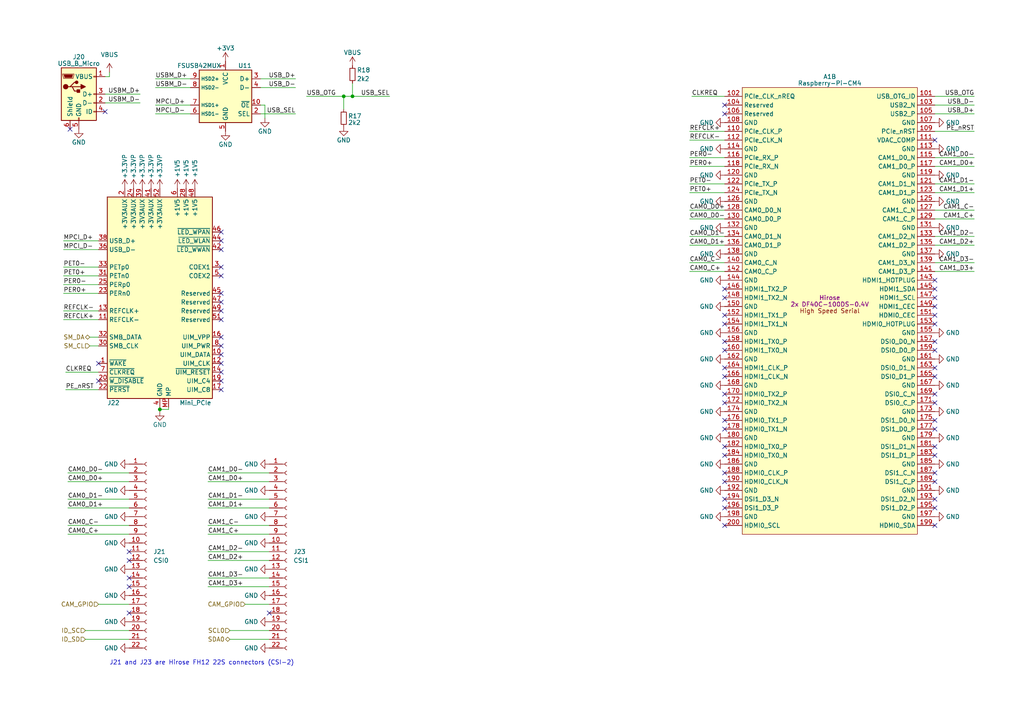
<source format=kicad_sch>
(kicad_sch (version 20211123) (generator eeschema)
  (paper "A4")
  (lib_symbols
    (symbol "Connector:Bus_PCI_Express_Mini"
      (property "Reference" "J" (at -16.51 31.75 0))
      (property "Value" "Bus_PCI_Express_Mini" (at 22.86 31.75 0))
      (symbol "Bus_PCI_Express_Mini_1_1"
        (pin open_collector line (at -17.78 -17.78 0) (length 2.54) (name "~{WAKE}") (number "1"))
        (pin bidirectional line (at 17.78 -15.24 180) (length 2.54) (name "UIM_DATA") (number "10"))
        (pin input line (at -17.78 -5.08 0) (length 2.54) (name "REFCLK-") (number "11"))
        (pin output line (at 17.78 -17.78 180) (length 2.54) (name "UIM_CLK") (number "12"))
        (pin input line (at -17.78 -2.54 0) (length 2.54) (name "REFCLK+") (number "13"))
        (pin output line (at 17.78 -20.32 180) (length 2.54) (name "~{UIM_RESET}") (number "14"))
        (pin passive line (at 0 -30.48 90) (length 2.54) hide (name "GND") (number "15"))
        (pin power_out line (at 17.78 -10.16 180) (length 2.54) (name "UIM_VPP") (number "16"))
        (pin passive line (at 17.78 -25.4 180) (length 2.54) (name "UIM_C8") (number "17"))
        (pin passive line (at 0 -30.48 90) (length 2.54) hide (name "GND") (number "18"))
        (pin passive line (at 17.78 -22.86 180) (length 2.54) (name "UIM_C4") (number "19"))
        (pin power_in line (at -10.16 33.02 270) (length 2.54) (name "+3V3AUX") (number "2"))
        (pin input line (at -17.78 -22.86 0) (length 2.54) (name "~{W_DISABLE}") (number "20"))
        (pin passive line (at 0 -30.48 90) (length 2.54) hide (name "GND") (number "21"))
        (pin input line (at -17.78 -25.4 0) (length 2.54) (name "~{PERST}") (number "22"))
        (pin output line (at -17.78 2.54 0) (length 2.54) (name "PERn0") (number "23"))
        (pin power_in line (at -7.62 33.02 270) (length 2.54) (name "+3V3AUX") (number "24"))
        (pin output line (at -17.78 5.08 0) (length 2.54) (name "PERp0") (number "25"))
        (pin passive line (at 0 -30.48 90) (length 2.54) hide (name "GND") (number "26"))
        (pin passive line (at 0 -30.48 90) (length 2.54) hide (name "GND") (number "27"))
        (pin power_in line (at 7.62 33.02 270) (length 2.54) (name "+1V5") (number "28"))
        (pin passive line (at 0 -30.48 90) (length 2.54) hide (name "GND") (number "29"))
        (pin passive line (at 17.78 10.16 180) (length 2.54) (name "COEX1") (number "3"))
        (pin input line (at -17.78 -12.7 0) (length 2.54) (name "SMB_CLK") (number "30"))
        (pin input line (at -17.78 7.62 0) (length 2.54) (name "PETn0") (number "31"))
        (pin bidirectional line (at -17.78 -10.16 0) (length 2.54) (name "SMB_DATA") (number "32"))
        (pin input line (at -17.78 10.16 0) (length 2.54) (name "PETp0") (number "33"))
        (pin passive line (at 0 -30.48 90) (length 2.54) hide (name "GND") (number "34"))
        (pin passive line (at 0 -30.48 90) (length 2.54) hide (name "GND") (number "35"))
        (pin bidirectional line (at -17.78 15.24 0) (length 2.54) (name "USB_D-") (number "36"))
        (pin passive line (at 0 -30.48 90) (length 2.54) hide (name "GND") (number "37"))
        (pin bidirectional line (at -17.78 17.78 0) (length 2.54) (name "USB_D+") (number "38"))
        (pin power_in line (at -5.08 33.02 270) (length 2.54) (name "+3V3AUX") (number "39"))
        (pin power_in line (at 0 -30.48 90) (length 2.54) (name "GND") (number "4"))
        (pin passive line (at 0 -30.48 90) (length 2.54) hide (name "GND") (number "40"))
        (pin power_in line (at -2.54 33.02 270) (length 2.54) (name "+3V3AUX") (number "41"))
        (pin open_collector line (at 17.78 15.24 180) (length 2.54) (name "~{LED_WWAN}") (number "42"))
        (pin passive line (at 0 -30.48 90) (length 2.54) hide (name "GND") (number "43"))
        (pin open_collector line (at 17.78 17.78 180) (length 2.54) (name "~{LED_WLAN}") (number "44"))
        (pin passive line (at 17.78 2.54 180) (length 2.54) (name "Reserved") (number "45"))
        (pin open_collector line (at 17.78 20.32 180) (length 2.54) (name "~{LED_WPAN}") (number "46"))
        (pin passive line (at 17.78 0 180) (length 2.54) (name "Reserved") (number "47"))
        (pin power_in line (at 10.16 33.02 270) (length 2.54) (name "+1V5") (number "48"))
        (pin passive line (at 17.78 -2.54 180) (length 2.54) (name "Reserved") (number "49"))
        (pin passive line (at 17.78 7.62 180) (length 2.54) (name "COEX2") (number "5"))
        (pin passive line (at 0 -30.48 90) (length 2.54) hide (name "GND") (number "50"))
        (pin passive line (at 17.78 -5.08 180) (length 2.54) (name "Reserved") (number "51"))
        (pin power_in line (at 0 33.02 270) (length 2.54) (name "+3V3AUX") (number "52"))
        (pin power_in line (at 5.08 33.02 270) (length 2.54) (name "+1V5") (number "6"))
        (pin open_collector line (at -17.78 -20.32 0) (length 2.54) (name "~{CLKREQ}") (number "7"))
        (pin power_out line (at 17.78 -12.7 180) (length 2.54) (name "UIM_PWR") (number "8"))
        (pin passive line (at 0 -30.48 90) (length 2.54) hide (name "GND") (number "9"))
        (pin passive line (at 2.54 -30.48 90) (length 2.54) (name "MP") (number "MP"))
      )
    )
    (symbol "Connector:Conn_01x22_Female" (pin_names (offset 1.016) hide)
      (property "Reference" "J" (at 0 27.94 0))
      (property "Value" "Conn_01x22_Female" (at 0 -30.48 0))
      (symbol "Conn_01x22_Female_1_1"
        (pin passive line (at -5.08 25.4 0) (length 3.81) (name "Pin_1") (number "1"))
        (pin passive line (at -5.08 2.54 0) (length 3.81) (name "Pin_10") (number "10"))
        (pin passive line (at -5.08 0 0) (length 3.81) (name "Pin_11") (number "11"))
        (pin passive line (at -5.08 -2.54 0) (length 3.81) (name "Pin_12") (number "12"))
        (pin passive line (at -5.08 -5.08 0) (length 3.81) (name "Pin_13") (number "13"))
        (pin passive line (at -5.08 -7.62 0) (length 3.81) (name "Pin_14") (number "14"))
        (pin passive line (at -5.08 -10.16 0) (length 3.81) (name "Pin_15") (number "15"))
        (pin passive line (at -5.08 -12.7 0) (length 3.81) (name "Pin_16") (number "16"))
        (pin passive line (at -5.08 -15.24 0) (length 3.81) (name "Pin_17") (number "17"))
        (pin passive line (at -5.08 -17.78 0) (length 3.81) (name "Pin_18") (number "18"))
        (pin passive line (at -5.08 -20.32 0) (length 3.81) (name "Pin_19") (number "19"))
        (pin passive line (at -5.08 22.86 0) (length 3.81) (name "Pin_2") (number "2"))
        (pin passive line (at -5.08 -22.86 0) (length 3.81) (name "Pin_20") (number "20"))
        (pin passive line (at -5.08 -25.4 0) (length 3.81) (name "Pin_21") (number "21"))
        (pin passive line (at -5.08 -27.94 0) (length 3.81) (name "Pin_22") (number "22"))
        (pin passive line (at -5.08 20.32 0) (length 3.81) (name "Pin_3") (number "3"))
        (pin passive line (at -5.08 17.78 0) (length 3.81) (name "Pin_4") (number "4"))
        (pin passive line (at -5.08 15.24 0) (length 3.81) (name "Pin_5") (number "5"))
        (pin passive line (at -5.08 12.7 0) (length 3.81) (name "Pin_6") (number "6"))
        (pin passive line (at -5.08 10.16 0) (length 3.81) (name "Pin_7") (number "7"))
        (pin passive line (at -5.08 7.62 0) (length 3.81) (name "Pin_8") (number "8"))
        (pin passive line (at -5.08 5.08 0) (length 3.81) (name "Pin_9") (number "9"))
      )
    )
    (symbol "Connector:USB_B_Micro" (pin_names (offset 1.016))
      (property "Reference" "J" (at -5.08 11.43 0))
      (property "Value" "USB_B_Micro" (at -5.08 8.89 0))
      (symbol "USB_B_Micro_1_1"
        (pin power_out line (at 7.62 5.08 180) (length 2.54) (name "VBUS") (number "1"))
        (pin bidirectional line (at 7.62 -2.54 180) (length 2.54) (name "D-") (number "2"))
        (pin bidirectional line (at 7.62 0 180) (length 2.54) (name "D+") (number "3"))
        (pin passive line (at 7.62 -5.08 180) (length 2.54) (name "ID") (number "4"))
        (pin power_out line (at 0 -10.16 90) (length 2.54) (name "GND") (number "5"))
        (pin passive line (at -2.54 -10.16 90) (length 2.54) (name "Shield") (number "6"))
      )
    )
    (symbol "Device:R_Small" (pin_numbers hide) (pin_names (offset 0.254) hide)
      (property "Reference" "R" (at 0.762 0.508 0))
      (property "Value" "R_Small" (at 0.762 -1.016 0))
      (symbol "R_Small_1_1"
        (pin passive line (at 0 2.54 270) (length 0.762) (name "~") (number "1"))
        (pin passive line (at 0 -2.54 90) (length 0.762) (name "~") (number "2"))
      )
    )
    (symbol "Interface_USB:FSUSB42MUX"
      (property "Reference" "U" (at -6.35 8.89 0))
      (property "Value" "FSUSB42MUX" (at 7.62 8.89 0))
      (symbol "FSUSB42MUX_1_1"
        (pin power_in line (at 0 10.16 270) (length 2.54) (name "VCC") (number "1"))
        (pin input line (at -10.16 -2.54 0) (length 2.54) (name "~{OE}") (number "10"))
        (pin input line (at -10.16 -5.08 0) (length 2.54) (name "SEL") (number "2"))
        (pin bidirectional line (at -10.16 5.08 0) (length 2.54) (name "D+") (number "3"))
        (pin bidirectional line (at -10.16 2.54 0) (length 2.54) (name "D-") (number "4"))
        (pin power_in line (at 0 -10.16 90) (length 2.54) (name "GND") (number "5"))
        (pin bidirectional line (at 10.16 -5.08 180) (length 2.54) (name "HSD1-") (number "6"))
        (pin bidirectional line (at 10.16 -2.54 180) (length 2.54) (name "HSD1+") (number "7"))
        (pin bidirectional line (at 10.16 2.54 180) (length 2.54) (name "HSD2-") (number "8"))
        (pin bidirectional line (at 10.16 5.08 180) (length 2.54) (name "HSD2+") (number "9"))
      )
    )
    (symbol "Splash:Raspberry-Pi-CM4"
      (property "Reference" "A" (at 0 67.31 0))
      (property "Value" "Raspberry-Pi-CM4" (at 0 66.04 0))
      (property "Field4" "Hirose" (at 0 -2.54 0))
      (property "Field5" "2x DF40C-100DS-0.4V" (at 0 -5.08 0))
      (symbol "Raspberry-Pi-CM4_1_0"
        (text "GPIO" (at 0 0 0) (effects (font (size 1.27 1.27))))
      )
      (symbol "Raspberry-Pi-CM4_1_1"
        (text "600mA Max" (at -6.35 -46.99 0) (effects (font (size 1.27 1.27))))
        (text "600mA Max" (at -6.35 -41.91 0) (effects (font (size 1.27 1.27))))
        (text "NB SD signals are only available" (at 0 -21.59 0) (effects (font (size 1.27 1.27))))
        (text "on modules without eMMC" (at 0 -24.13 0) (effects (font (size 1.27 1.27))))
        (pin power_in line (at 30.48 62.23 180) (length 2.54) (name "GND") (number "1"))
        (pin passive line (at -30.48 52.07 0) (length 2.54) (name "Ethernet_Pair0_N") (number "10"))
        (pin output line (at -30.48 -62.23 0) (length 2.54) (name "nEXTRST") (number "100"))
        (pin passive line (at 30.48 49.53 180) (length 2.54) (name "Ethernet_Pair2_P") (number "11"))
        (pin passive line (at -30.48 49.53 0) (length 2.54) (name "Ethernet_Pair0_P") (number "12"))
        (pin power_in line (at 30.48 46.99 180) (length 2.54) (name "GND") (number "13"))
        (pin power_in line (at -30.48 46.99 0) (length 2.54) (name "GND") (number "14"))
        (pin output line (at 30.48 44.45 180) (length 2.54) (name "Ethernet_nLED3(3.3v)") (number "15"))
        (pin input line (at -30.48 44.45 0) (length 2.54) (name "Ethernet_SYNC_IN(1.8v)") (number "16"))
        (pin output line (at 30.48 41.91 180) (length 2.54) (name "Ethernet_nLED2(3.3v)") (number "17"))
        (pin input line (at -30.48 41.91 0) (length 2.54) (name "Ethernet_SYNC_OUT(1.8v)") (number "18"))
        (pin output line (at 30.48 39.37 180) (length 2.54) (name "Ethernet_nLED1(3.3v)") (number "19"))
        (pin power_in line (at -30.48 62.23 0) (length 2.54) (name "GND") (number "2"))
        (pin passive line (at -30.48 39.37 0) (length 2.54) (name "EEPROM_nWP") (number "20"))
        (pin open_collector line (at 30.48 36.83 180) (length 2.54) (name "PI_nLED_Activity") (number "21"))
        (pin power_in line (at -30.48 36.83 0) (length 2.54) (name "GND") (number "22"))
        (pin power_in line (at 30.48 31.75 180) (length 2.54) (name "GND") (number "23"))
        (pin passive line (at -30.48 34.29 0) (length 2.54) (name "GPIO26") (number "24"))
        (pin passive line (at 30.48 31.75 180) (length 2.54) (name "GPIO21") (number "25"))
        (pin passive line (at -30.48 31.75 0) (length 2.54) (name "GPIO19") (number "26"))
        (pin passive line (at 30.48 29.21 180) (length 2.54) (name "GPIO20") (number "27"))
        (pin passive line (at -30.48 29.21 0) (length 2.54) (name "GPIO13") (number "28"))
        (pin passive line (at 30.48 26.67 180) (length 2.54) (name "GPIO16") (number "29"))
        (pin passive line (at 30.48 59.69 180) (length 2.54) (name "Ethernet_Pair3_P") (number "3"))
        (pin passive line (at -30.48 26.67 0) (length 2.54) (name "GPIO6") (number "30"))
        (pin passive line (at 30.48 24.13 180) (length 2.54) (name "GPIO12") (number "31"))
        (pin power_in line (at -30.48 24.13 0) (length 2.54) (name "GND") (number "32"))
        (pin power_in line (at 30.48 21.59 180) (length 2.54) (name "GND") (number "33"))
        (pin passive line (at -30.48 21.59 0) (length 2.54) (name "GPIO5") (number "34"))
        (pin passive line (at 30.48 19.05 180) (length 2.54) (name "ID_SC") (number "35"))
        (pin passive line (at -30.48 19.05 0) (length 2.54) (name "ID_SD") (number "36"))
        (pin passive line (at 30.48 16.51 180) (length 2.54) (name "GPIO7") (number "37"))
        (pin passive line (at -30.48 16.51 0) (length 2.54) (name "GPIO11") (number "38"))
        (pin passive line (at 30.48 13.97 180) (length 2.54) (name "GPIO8") (number "39"))
        (pin passive line (at -30.48 59.69 0) (length 2.54) (name "Ethernet_Pair1_P") (number "4"))
        (pin passive line (at -30.48 13.97 0) (length 2.54) (name "GPIO9") (number "40"))
        (pin passive line (at 30.48 11.43 180) (length 2.54) (name "GPIO25") (number "41"))
        (pin power_in line (at -30.48 8.89 0) (length 2.54) (name "GND") (number "42"))
        (pin power_in line (at 30.48 8.89 180) (length 2.54) (name "GND") (number "43"))
        (pin passive line (at -30.48 8.89 0) (length 2.54) (name "GPIO10") (number "44"))
        (pin passive line (at 30.48 6.35 180) (length 2.54) (name "GPIO24") (number "45"))
        (pin passive line (at -30.48 6.35 0) (length 2.54) (name "GPIO22") (number "46"))
        (pin passive line (at 30.48 3.81 180) (length 2.54) (name "GPIO23") (number "47"))
        (pin passive line (at -30.48 3.81 0) (length 2.54) (name "GPIO27") (number "48"))
        (pin passive line (at 30.48 1.27 180) (length 2.54) (name "GPIO18") (number "49"))
        (pin passive line (at 30.48 57.15 180) (length 2.54) (name "Ethernet_Pair3_N") (number "5"))
        (pin passive line (at -30.48 1.27 0) (length 2.54) (name "GPIO17") (number "50"))
        (pin passive line (at 30.48 -1.27 180) (length 2.54) (name "GPIO15") (number "51"))
        (pin power_in line (at -30.48 -1.27 0) (length 2.54) (name "GND") (number "52"))
        (pin power_in line (at 30.48 -6.35 180) (length 2.54) (name "GND") (number "53"))
        (pin passive line (at -30.48 -3.81 0) (length 2.54) (name "GPIO4") (number "54"))
        (pin passive line (at 30.48 -6.35 180) (length 2.54) (name "GPIO14") (number "55"))
        (pin passive line (at -30.48 -6.35 0) (length 2.54) (name "GPIO3") (number "56"))
        (pin passive line (at 30.48 -8.89 180) (length 2.54) (name "SD_CLK") (number "57"))
        (pin passive line (at -30.48 -8.89 0) (length 2.54) (name "GPIO2") (number "58"))
        (pin power_in line (at 30.48 -13.97 180) (length 2.54) (name "GND") (number "59"))
        (pin passive line (at -30.48 57.15 0) (length 2.54) (name "Ethernet_Pair1_N") (number "6"))
        (pin power_in line (at -30.48 -13.97 0) (length 2.54) (name "GND") (number "60"))
        (pin passive line (at 30.48 -13.97 180) (length 2.54) (name "SD_DAT3") (number "61"))
        (pin passive line (at -30.48 -13.97 0) (length 2.54) (name "SD_CMD") (number "62"))
        (pin passive line (at 30.48 -16.51 180) (length 2.54) (name "SD_DAT0") (number "63"))
        (pin passive line (at -30.48 -16.51 0) (length 2.54) (name "SD_DAT5") (number "64"))
        (pin power_in line (at 30.48 -21.59 180) (length 2.54) (name "GND") (number "65"))
        (pin power_in line (at -30.48 -21.59 0) (length 2.54) (name "GND") (number "66"))
        (pin passive line (at 30.48 -21.59 180) (length 2.54) (name "SD_DAT1") (number "67"))
        (pin passive line (at -30.48 -21.59 0) (length 2.54) (name "SD_DAT4") (number "68"))
        (pin passive line (at 30.48 -24.13 180) (length 2.54) (name "SD_DAT2") (number "69"))
        (pin power_in line (at 30.48 54.61 180) (length 2.54) (name "GND") (number "7"))
        (pin passive line (at -30.48 -24.13 0) (length 2.54) (name "SD_DAT7") (number "70"))
        (pin power_in line (at 30.48 -29.21 180) (length 2.54) (name "GND") (number "71"))
        (pin passive line (at -30.48 -26.67 0) (length 2.54) (name "SD_DAT6") (number "72"))
        (pin input line (at 30.48 -29.21 180) (length 2.54) (name "SD_VDD_Override") (number "73"))
        (pin power_in line (at -30.48 -29.21 0) (length 2.54) (name "GND") (number "74"))
        (pin output line (at 30.48 -31.75 180) (length 2.54) (name "SD_PWR_ON") (number "75"))
        (pin passive line (at -30.48 -31.75 0) (length 2.54) (name "Reserved") (number "76"))
        (pin power_in line (at 30.48 -34.29 180) (length 2.54) (name "+5v_(Input)") (number "77"))
        (pin power_in line (at -30.48 -34.29 0) (length 2.54) (name "GPIO_VREF(1.8v/3.3v_Input)") (number "78"))
        (pin power_in line (at 30.48 -36.83 180) (length 2.54) (name "+5v_(Input)") (number "79"))
        (pin power_in line (at -30.48 54.61 0) (length 2.54) (name "GND") (number "8"))
        (pin passive line (at -30.48 -36.83 0) (length 2.54) (name "SCL0") (number "80"))
        (pin power_in line (at 30.48 -39.37 180) (length 2.54) (name "+5v_(Input)") (number "81"))
        (pin passive line (at -30.48 -39.37 0) (length 2.54) (name "SDA0") (number "82"))
        (pin power_in line (at 30.48 -41.91 180) (length 2.54) (name "+5v_(Input)") (number "83"))
        (pin power_out line (at -30.48 -41.91 0) (length 2.54) (name "+3.3v_(Output)") (number "84"))
        (pin power_in line (at 30.48 -44.45 180) (length 2.54) (name "+5v_(Input)") (number "85"))
        (pin power_out line (at -30.48 -44.45 0) (length 2.54) (name "+3.3v_(Output)") (number "86"))
        (pin power_in line (at 30.48 -46.99 180) (length 2.54) (name "+5v_(Input)") (number "87"))
        (pin power_out line (at -30.48 -46.99 0) (length 2.54) (name "+1.8v_(Output)") (number "88"))
        (pin power_in line (at 30.48 -49.53 180) (length 2.54) (name "WiFi_nDisable") (number "89"))
        (pin passive line (at 30.48 52.07 180) (length 2.54) (name "Ethernet_Pair2_N") (number "9"))
        (pin power_out line (at -30.48 -49.53 0) (length 2.54) (name "+1.8v_(Output)") (number "90"))
        (pin power_in line (at 30.48 -52.07 180) (length 2.54) (name "BT_nDisable") (number "91"))
        (pin passive line (at -30.48 -52.07 0) (length 2.54) (name "RUN_PG") (number "92"))
        (pin input line (at 30.48 -54.61 180) (length 2.54) (name "nRPIBOOT") (number "93"))
        (pin passive line (at -30.48 -54.61 0) (length 2.54) (name "AnalogIP1") (number "94"))
        (pin output line (at 30.48 -57.15 180) (length 2.54) (name "nPI_LED_PWR") (number "95"))
        (pin passive line (at -30.48 -57.15 0) (length 2.54) (name "AnalogIP0") (number "96"))
        (pin passive line (at 30.48 -59.69 180) (length 2.54) (name "Camera_GPIO") (number "97"))
        (pin power_in line (at -30.48 -59.69 0) (length 2.54) (name "GND") (number "98"))
        (pin input line (at 30.48 -62.23 180) (length 2.54) (name "Global_EN") (number "99"))
      )
      (symbol "Raspberry-Pi-CM4_2_1"
        (text "High Speed Serial" (at 0 0 0) (effects (font (size 1.27 1.27))))
        (pin input line (at 30.48 62.23 180) (length 5.08) (name "USB_OTG_ID") (number "101"))
        (pin input line (at -30.48 62.23 0) (length 5.08) (name "PCIe_CLK_nREQ") (number "102"))
        (pin passive line (at 30.48 59.69 180) (length 5.08) (name "USB2_N") (number "103"))
        (pin passive line (at -30.48 59.69 0) (length 5.08) (name "Reserved") (number "104"))
        (pin passive line (at 30.48 57.15 180) (length 5.08) (name "USB2_P") (number "105"))
        (pin passive line (at -30.48 57.15 0) (length 5.08) (name "Reserved") (number "106"))
        (pin power_in line (at 30.48 54.61 180) (length 5.08) (name "GND") (number "107"))
        (pin power_in line (at -30.48 54.61 0) (length 5.08) (name "GND") (number "108"))
        (pin bidirectional line (at 30.48 52.07 180) (length 5.08) (name "PCIe_nRST") (number "109"))
        (pin output line (at -30.48 52.07 0) (length 5.08) (name "PCIe_CLK_P") (number "110"))
        (pin passive line (at 30.48 49.53 180) (length 5.08) (name "VDAC_COMP") (number "111"))
        (pin output line (at -30.48 49.53 0) (length 5.08) (name "PCIe_CLK_N") (number "112"))
        (pin power_in line (at 30.48 46.99 180) (length 5.08) (name "GND") (number "113"))
        (pin power_in line (at -30.48 46.99 0) (length 5.08) (name "GND") (number "114"))
        (pin input line (at 30.48 44.45 180) (length 5.08) (name "CAM1_D0_N") (number "115"))
        (pin input line (at -30.48 44.45 0) (length 5.08) (name "PCIe_RX_P") (number "116"))
        (pin input line (at 30.48 41.91 180) (length 5.08) (name "CAM1_D0_P") (number "117"))
        (pin input line (at -30.48 41.91 0) (length 5.08) (name "PCIe_RX_N") (number "118"))
        (pin power_in line (at 30.48 39.37 180) (length 5.08) (name "GND") (number "119"))
        (pin power_in line (at -30.48 39.37 0) (length 5.08) (name "GND") (number "120"))
        (pin input line (at 30.48 36.83 180) (length 5.08) (name "CAM1_D1_N") (number "121"))
        (pin output line (at -30.48 36.83 0) (length 5.08) (name "PCIe_TX_P") (number "122"))
        (pin input line (at 30.48 34.29 180) (length 5.08) (name "CAM1_D1_P") (number "123"))
        (pin output line (at -30.48 34.29 0) (length 5.08) (name "PCIe_TX_N") (number "124"))
        (pin power_in line (at 30.48 31.75 180) (length 5.08) (name "GND") (number "125"))
        (pin power_in line (at -30.48 31.75 0) (length 5.08) (name "GND") (number "126"))
        (pin input line (at 30.48 29.21 180) (length 5.08) (name "CAM1_C_N") (number "127"))
        (pin input line (at -30.48 29.21 0) (length 5.08) (name "CAM0_D0_N") (number "128"))
        (pin input line (at 30.48 26.67 180) (length 5.08) (name "CAM1_C_P") (number "129"))
        (pin input line (at -30.48 26.67 0) (length 5.08) (name "CAM0_D0_P") (number "130"))
        (pin power_in line (at 30.48 24.13 180) (length 5.08) (name "GND") (number "131"))
        (pin power_in line (at -30.48 24.13 0) (length 5.08) (name "GND") (number "132"))
        (pin input line (at 30.48 21.59 180) (length 5.08) (name "CAM1_D2_N") (number "133"))
        (pin input line (at -30.48 21.59 0) (length 5.08) (name "CAM0_D1_N") (number "134"))
        (pin input line (at 30.48 19.05 180) (length 5.08) (name "CAM1_D2_P") (number "135"))
        (pin input line (at -30.48 19.05 0) (length 5.08) (name "CAM0_D1_P") (number "136"))
        (pin power_in line (at 30.48 16.51 180) (length 5.08) (name "GND") (number "137"))
        (pin power_in line (at -30.48 16.51 0) (length 5.08) (name "GND") (number "138"))
        (pin input line (at 30.48 13.97 180) (length 5.08) (name "CAM1_D3_N") (number "139"))
        (pin input line (at -30.48 13.97 0) (length 5.08) (name "CAM0_C_N") (number "140"))
        (pin input line (at 30.48 11.43 180) (length 5.08) (name "CAM1_D3_P") (number "141"))
        (pin input line (at -30.48 11.43 0) (length 5.08) (name "CAM0_C_P") (number "142"))
        (pin input line (at 30.48 8.89 180) (length 5.08) (name "HDMI1_HOTPLUG") (number "143"))
        (pin power_in line (at -30.48 8.89 0) (length 5.08) (name "GND") (number "144"))
        (pin bidirectional line (at 30.48 6.35 180) (length 5.08) (name "HDMI1_SDA") (number "145"))
        (pin output line (at -30.48 6.35 0) (length 5.08) (name "HDMI1_TX2_P") (number "146"))
        (pin open_collector line (at 30.48 3.81 180) (length 5.08) (name "HDMI1_SCL") (number "147"))
        (pin output line (at -30.48 3.81 0) (length 5.08) (name "HDMI1_TX2_N") (number "148"))
        (pin open_collector line (at 30.48 1.27 180) (length 5.08) (name "HDMI1_CEC") (number "149"))
        (pin power_in line (at -30.48 1.27 0) (length 5.08) (name "GND") (number "150"))
        (pin open_collector line (at 30.48 -1.27 180) (length 5.08) (name "HDMI0_CEC") (number "151"))
        (pin output line (at -30.48 -1.27 0) (length 5.08) (name "HDMI1_TX1_P") (number "152"))
        (pin input line (at 30.48 -3.81 180) (length 5.08) (name "HDMI0_HOTPLUG") (number "153"))
        (pin output line (at -30.48 -3.81 0) (length 5.08) (name "HDMI1_TX1_N") (number "154"))
        (pin power_in line (at 30.48 -6.35 180) (length 5.08) (name "GND") (number "155"))
        (pin power_in line (at -30.48 -6.35 0) (length 5.08) (name "GND") (number "156"))
        (pin output line (at 30.48 -8.89 180) (length 5.08) (name "DSI0_D0_N") (number "157"))
        (pin output line (at -30.48 -8.89 0) (length 5.08) (name "HDMI1_TX0_P") (number "158"))
        (pin output line (at 30.48 -11.43 180) (length 5.08) (name "DSI0_D0_P") (number "159"))
        (pin output line (at -30.48 -11.43 0) (length 5.08) (name "HDMI1_TX0_N") (number "160"))
        (pin power_in line (at 30.48 -13.97 180) (length 5.08) (name "GND") (number "161"))
        (pin power_in line (at -30.48 -13.97 0) (length 5.08) (name "GND") (number "162"))
        (pin output line (at 30.48 -16.51 180) (length 5.08) (name "DSI0_D1_N") (number "163"))
        (pin output line (at -30.48 -16.51 0) (length 5.08) (name "HDMI1_CLK_P") (number "164"))
        (pin output line (at 30.48 -19.05 180) (length 5.08) (name "DSI0_D1_P") (number "165"))
        (pin output line (at -30.48 -19.05 0) (length 5.08) (name "HDMI1_CLK_N") (number "166"))
        (pin power_in line (at 30.48 -21.59 180) (length 5.08) (name "GND") (number "167"))
        (pin power_in line (at -30.48 -21.59 0) (length 5.08) (name "GND") (number "168"))
        (pin output line (at 30.48 -24.13 180) (length 5.08) (name "DSI0_C_N") (number "169"))
        (pin output line (at -30.48 -24.13 0) (length 5.08) (name "HDMI0_TX2_P") (number "170"))
        (pin output line (at 30.48 -26.67 180) (length 5.08) (name "DSI0_C_P") (number "171"))
        (pin output line (at -30.48 -26.67 0) (length 5.08) (name "HDMI0_TX2_N") (number "172"))
        (pin power_in line (at 30.48 -29.21 180) (length 5.08) (name "GND") (number "173"))
        (pin power_in line (at -30.48 -29.21 0) (length 5.08) (name "GND") (number "174"))
        (pin output line (at 30.48 -31.75 180) (length 5.08) (name "DSI1_D0_N") (number "175"))
        (pin output line (at -30.48 -31.75 0) (length 5.08) (name "HDMI0_TX1_P") (number "176"))
        (pin output line (at 30.48 -34.29 180) (length 5.08) (name "DSI1_D0_P") (number "177"))
        (pin output line (at -30.48 -34.29 0) (length 5.08) (name "HDMI0_TX1_N") (number "178"))
        (pin power_in line (at 30.48 -36.83 180) (length 5.08) (name "GND") (number "179"))
        (pin power_in line (at -30.48 -36.83 0) (length 5.08) (name "GND") (number "180"))
        (pin output line (at 30.48 -39.37 180) (length 5.08) (name "DSI1_D1_N") (number "181"))
        (pin output line (at -30.48 -39.37 0) (length 5.08) (name "HDMI0_TX0_P") (number "182"))
        (pin output line (at 30.48 -41.91 180) (length 5.08) (name "DSI1_D1_P") (number "183"))
        (pin output line (at -30.48 -41.91 0) (length 5.08) (name "HDMI0_TX0_N") (number "184"))
        (pin power_in line (at 30.48 -44.45 180) (length 5.08) (name "GND") (number "185"))
        (pin power_in line (at -30.48 -44.45 0) (length 5.08) (name "GND") (number "186"))
        (pin output line (at 30.48 -46.99 180) (length 5.08) (name "DSI1_C_N") (number "187"))
        (pin output line (at -30.48 -46.99 0) (length 5.08) (name "HDMI0_CLK_P") (number "188"))
        (pin output line (at 30.48 -49.53 180) (length 5.08) (name "DSI1_C_P") (number "189"))
        (pin output line (at -30.48 -49.53 0) (length 5.08) (name "HDMI0_CLK_N") (number "190"))
        (pin power_in line (at 30.48 -52.07 180) (length 5.08) (name "GND") (number "191"))
        (pin power_in line (at -30.48 -52.07 0) (length 5.08) (name "GND") (number "192"))
        (pin output line (at 30.48 -54.61 180) (length 5.08) (name "DSI1_D2_N") (number "193"))
        (pin output line (at -30.48 -54.61 0) (length 5.08) (name "DSI1_D3_N") (number "194"))
        (pin output line (at 30.48 -57.15 180) (length 5.08) (name "DSI1_D2_P") (number "195"))
        (pin output line (at -30.48 -57.15 0) (length 5.08) (name "DSI1_D3_P") (number "196"))
        (pin power_in line (at 30.48 -59.69 180) (length 5.08) (name "GND") (number "197"))
        (pin power_in line (at -30.48 -59.69 0) (length 5.08) (name "GND") (number "198"))
        (pin bidirectional line (at 30.48 -62.23 180) (length 5.08) (name "HDMI0_SDA") (number "199"))
        (pin open_collector line (at -30.48 -62.23 0) (length 5.08) (name "HDMI0_SCL") (number "200"))
      )
    )
    (symbol "power:+1V5" (power) (pin_names (offset 0))
      (property "Value" "+1V5" (at 0 3.556 0))
      (symbol "+1V5_1_1"
        (pin power_in line (at 0 0 90) (length 0) hide (name "+1V5") (number "1"))
      )
    )
    (symbol "power:+3.3V" (power) (pin_names (offset 0))
      (property "Value" "+3.3V" (at 0 3.556 0))
      (symbol "+3.3V_1_1"
        (pin power_in line (at 0 0 90) (length 0) hide (name "+3V3") (number "1"))
      )
    )
    (symbol "power:+3.3VP" (power) (pin_names (offset 0))
      (property "Value" "+3.3VP" (at 0 2.54 0))
      (symbol "+3.3VP_0_0"
        (pin power_in line (at 0 0 90) (length 0) hide (name "+3.3VP") (number "1"))
      )
    )
    (symbol "power:GND" (power) (pin_names (offset 0))
      (property "Value" "GND" (at 0 -3.81 0))
      (symbol "GND_1_1"
        (pin power_in line (at 0 0 270) (length 0) hide (name "GND") (number "1"))
      )
    )
    (symbol "power:VBUS" (power) (pin_names (offset 0))
      (property "Value" "VBUS" (at 0 3.81 0))
      (symbol "VBUS_1_1"
        (pin power_in line (at 0 0 90) (length 0) hide (name "VBUS") (number "1"))
      )
    )
  )
  (junction (at 46.355 118.745))
  (junction (at 102.235 27.94))
  (junction (at 99.695 27.94))
  (no_connect (at 78.105 177.8))
  (no_connect (at 37.465 177.8))
  (no_connect (at 37.465 170.18))
  (no_connect (at 37.465 167.64))
  (no_connect (at 64.135 107.95))
  (no_connect (at 64.135 100.33))
  (no_connect (at 271.145 93.98))
  (no_connect (at 271.145 91.44))
  (no_connect (at 271.145 88.9))
  (no_connect (at 271.145 86.36))
  (no_connect (at 271.145 83.82))
  (no_connect (at 271.145 81.28))
  (no_connect (at 64.135 110.49))
  (no_connect (at 271.145 40.64))
  (no_connect (at 64.135 92.71))
  (no_connect (at 210.185 83.82))
  (no_connect (at 210.185 86.36))
  (no_connect (at 210.185 91.44))
  (no_connect (at 210.185 139.7))
  (no_connect (at 210.185 137.16))
  (no_connect (at 210.185 132.08))
  (no_connect (at 210.185 129.54))
  (no_connect (at 210.185 124.46))
  (no_connect (at 210.185 93.98))
  (no_connect (at 210.185 99.06))
  (no_connect (at 210.185 101.6))
  (no_connect (at 210.185 106.68))
  (no_connect (at 210.185 109.22))
  (no_connect (at 210.185 114.3))
  (no_connect (at 210.185 116.84))
  (no_connect (at 210.185 121.92))
  (no_connect (at 271.145 152.4))
  (no_connect (at 271.145 147.32))
  (no_connect (at 271.145 144.78))
  (no_connect (at 271.145 139.7))
  (no_connect (at 271.145 137.16))
  (no_connect (at 271.145 132.08))
  (no_connect (at 271.145 129.54))
  (no_connect (at 271.145 124.46))
  (no_connect (at 271.145 121.92))
  (no_connect (at 271.145 116.84))
  (no_connect (at 271.145 114.3))
  (no_connect (at 271.145 109.22))
  (no_connect (at 271.145 106.68))
  (no_connect (at 271.145 99.06))
  (no_connect (at 271.145 101.6))
  (no_connect (at 64.135 105.41))
  (no_connect (at 30.48 32.385))
  (no_connect (at 64.135 90.17))
  (no_connect (at 28.575 110.49))
  (no_connect (at 28.575 105.41))
  (no_connect (at 64.135 67.31))
  (no_connect (at 64.135 69.85))
  (no_connect (at 64.135 72.39))
  (no_connect (at 64.135 77.47))
  (no_connect (at 64.135 80.01))
  (no_connect (at 64.135 85.09))
  (no_connect (at 37.465 160.02))
  (no_connect (at 37.465 162.56))
  (no_connect (at 64.135 97.79))
  (no_connect (at 64.135 113.03))
  (no_connect (at 64.135 102.87))
  (no_connect (at 210.185 30.48))
  (no_connect (at 210.185 33.02))
  (no_connect (at 20.32 37.465))
  (no_connect (at 210.185 152.4))
  (no_connect (at 210.185 147.32))
  (no_connect (at 210.185 144.78))
  (no_connect (at 64.135 87.63))
  (wire (pts (xy 200.025 48.26) (xy 210.185 48.26)))
  (wire (pts (xy 75.565 25.4) (xy 85.725 25.4)))
  (wire (pts (xy 282.575 76.2) (xy 271.145 76.2)))
  (wire (pts (xy 28.575 175.26) (xy 37.465 175.26)))
  (wire (pts (xy 200.025 55.88) (xy 210.185 55.88)))
  (wire (pts (xy 60.325 152.4) (xy 78.105 152.4)))
  (wire (pts (xy 60.325 137.16) (xy 78.105 137.16)))
  (wire (pts (xy 31.75 22.225) (xy 31.75 20.955)))
  (wire (pts (xy 200.025 45.72) (xy 210.185 45.72)))
  (wire (pts (xy 19.685 139.7) (xy 37.465 139.7)))
  (wire (pts (xy 60.325 144.78) (xy 78.105 144.78)))
  (wire (pts (xy 282.575 45.72) (xy 271.145 45.72)))
  (wire (pts (xy 19.685 147.32) (xy 37.465 147.32)))
  (wire (pts (xy 26.035 97.79) (xy 28.575 97.79)))
  (wire (pts (xy 200.025 38.1) (xy 210.185 38.1)))
  (wire (pts (xy 99.695 27.94) (xy 99.695 31.75)))
  (wire (pts (xy 18.415 77.47) (xy 28.575 77.47)))
  (wire (pts (xy 60.325 154.94) (xy 78.105 154.94)))
  (wire (pts (xy 60.325 167.64) (xy 78.105 167.64)))
  (wire (pts (xy 282.575 55.88) (xy 271.145 55.88)))
  (wire (pts (xy 76.835 30.48) (xy 75.565 30.48)))
  (wire (pts (xy 200.025 40.64) (xy 210.185 40.64)))
  (wire (pts (xy 271.145 27.94) (xy 282.575 27.94)))
  (wire (pts (xy 46.355 118.745) (xy 48.895 118.745)))
  (wire (pts (xy 200.025 78.74) (xy 210.185 78.74)))
  (wire (pts (xy 102.235 27.94) (xy 113.03 27.94)))
  (wire (pts (xy 18.415 85.09) (xy 28.575 85.09)))
  (wire (pts (xy 46.355 118.745) (xy 46.355 119.38)))
  (wire (pts (xy 18.415 80.01) (xy 28.575 80.01)))
  (wire (pts (xy 66.675 182.88) (xy 78.105 182.88)))
  (wire (pts (xy 200.025 63.5) (xy 210.185 63.5)))
  (wire (pts (xy 282.575 60.96) (xy 271.145 60.96)))
  (wire (pts (xy 19.05 107.95) (xy 28.575 107.95)))
  (wire (pts (xy 30.48 29.845) (xy 40.64 29.845)))
  (wire (pts (xy 28.575 69.85) (xy 18.415 69.85)))
  (wire (pts (xy 18.415 90.17) (xy 28.575 90.17)))
  (wire (pts (xy 19.685 152.4) (xy 37.465 152.4)))
  (wire (pts (xy 71.12 175.26) (xy 78.105 175.26)))
  (wire (pts (xy 55.245 22.86) (xy 45.085 22.86)))
  (wire (pts (xy 48.895 118.11) (xy 48.895 118.745)))
  (wire (pts (xy 271.145 38.1) (xy 282.575 38.1)))
  (wire (pts (xy 30.48 27.305) (xy 40.64 27.305)))
  (wire (pts (xy 60.325 170.18) (xy 78.105 170.18)))
  (wire (pts (xy 24.765 182.88) (xy 37.465 182.88)))
  (wire (pts (xy 200.025 53.34) (xy 210.185 53.34)))
  (wire (pts (xy 60.325 160.02) (xy 78.105 160.02)))
  (wire (pts (xy 28.575 72.39) (xy 18.415 72.39)))
  (wire (pts (xy 271.145 30.48) (xy 282.575 30.48)))
  (wire (pts (xy 99.695 27.94) (xy 102.235 27.94)))
  (wire (pts (xy 200.66 27.94) (xy 210.185 27.94)))
  (wire (pts (xy 19.685 154.94) (xy 37.465 154.94)))
  (wire (pts (xy 46.355 118.11) (xy 46.355 118.745)))
  (wire (pts (xy 88.9 27.94) (xy 99.695 27.94)))
  (wire (pts (xy 282.575 71.12) (xy 271.145 71.12)))
  (wire (pts (xy 282.575 53.34) (xy 271.145 53.34)))
  (wire (pts (xy 18.415 92.71) (xy 28.575 92.71)))
  (wire (pts (xy 60.325 147.32) (xy 78.105 147.32)))
  (wire (pts (xy 282.575 63.5) (xy 271.145 63.5)))
  (wire (pts (xy 200.025 60.96) (xy 210.185 60.96)))
  (wire (pts (xy 55.245 30.48) (xy 45.085 30.48)))
  (wire (pts (xy 66.675 185.42) (xy 78.105 185.42)))
  (wire (pts (xy 24.765 185.42) (xy 37.465 185.42)))
  (wire (pts (xy 26.035 100.33) (xy 28.575 100.33)))
  (wire (pts (xy 282.575 78.74) (xy 271.145 78.74)))
  (wire (pts (xy 18.415 82.55) (xy 28.575 82.55)))
  (wire (pts (xy 19.685 144.78) (xy 37.465 144.78)))
  (wire (pts (xy 60.325 139.7) (xy 78.105 139.7)))
  (wire (pts (xy 200.025 68.58) (xy 210.185 68.58)))
  (wire (pts (xy 19.685 137.16) (xy 37.465 137.16)))
  (wire (pts (xy 76.835 34.29) (xy 76.835 30.48)))
  (wire (pts (xy 200.025 71.12) (xy 210.185 71.12)))
  (wire (pts (xy 271.145 33.02) (xy 282.575 33.02)))
  (wire (pts (xy 55.245 33.02) (xy 45.085 33.02)))
  (wire (pts (xy 60.325 162.56) (xy 78.105 162.56)))
  (wire (pts (xy 30.48 22.225) (xy 31.75 22.225)))
  (wire (pts (xy 200.025 76.2) (xy 210.185 76.2)))
  (wire (pts (xy 19.05 113.03) (xy 28.575 113.03)))
  (wire (pts (xy 102.235 24.13) (xy 102.235 27.94)))
  (wire (pts (xy 282.575 48.26) (xy 271.145 48.26)))
  (wire (pts (xy 55.245 25.4) (xy 45.085 25.4)))
  (wire (pts (xy 282.575 68.58) (xy 271.145 68.58)))
  (wire (pts (xy 75.565 22.86) (xy 85.725 22.86)))
  (wire (pts (xy 75.565 33.02) (xy 85.725 33.02)))
  (text "J21 and J23 are Hirose FH12 22S connectors (CSI-2)" (at 31.75 193.04 0) (effects (font (size 1.27 1.27)) (justify left bottom)))
  (label "USB_SEL" (at 113.03 27.94 180))
  (label "USB_D-" (at 282.575 30.48 180))
  (label "CAM1_D0+" (at 282.575 48.26 180))
  (label "CAM1_D0-" (at 60.325 137.16 0))
  (label "PER0-" (at 18.415 82.55 0))
  (label "CAM1_C+" (at 60.325 154.94 0))
  (label "CAM0_C+" (at 200.025 78.74 0))
  (label "CAM1_D2+" (at 60.325 162.56 0))
  (label "CAM1_C+" (at 282.575 63.5 180))
  (label "MPCI_D-" (at 18.415 72.39 0))
  (label "CAM1_D2+" (at 282.575 71.12 180))
  (label "CAM1_D3-" (at 60.325 167.64 0))
  (label "CAM1_D0-" (at 282.575 45.72 180))
  (label "CAM0_C-" (at 200.025 76.2 0))
  (label "USB_OTG" (at 282.575 27.94 180))
  (label "CAM1_D1+" (at 282.575 55.88 180))
  (label "CAM0_D1-" (at 19.685 144.78 0))
  (label "PET0+" (at 18.415 80.01 0))
  (label "REFCLK+" (at 200.025 38.1 0))
  (label "CAM1_D2-" (at 60.325 160.02 0))
  (label "MPCI_D-" (at 45.085 33.02 0))
  (label "PET0+" (at 200.025 55.88 0))
  (label "MPCI_D+" (at 45.085 30.48 0))
  (label "PER0-" (at 200.025 45.72 0))
  (label "PE_nRST" (at 282.575 38.1 180))
  (label "REFCLK-" (at 200.025 40.64 0))
  (label "USB_D+" (at 85.725 22.86 180))
  (label "USBM_D-" (at 45.085 25.4 0))
  (label "CAM1_D2-" (at 282.575 68.58 180))
  (label "CAM0_D0+" (at 200.025 60.96 0))
  (label "CAM0_C-" (at 19.685 152.4 0))
  (label "REFCLK+" (at 18.415 92.71 0))
  (label "CAM1_D1+" (at 60.325 147.32 0))
  (label "REFCLK-" (at 18.415 90.17 0))
  (label "PER0+" (at 200.025 48.26 0))
  (label "PE_nRST" (at 19.05 113.03 0))
  (label "CAM0_D1+" (at 19.685 147.32 0))
  (label "CAM0_D0-" (at 19.685 137.16 0))
  (label "CAM1_D3-" (at 282.575 76.2 180))
  (label "CAM0_D1-" (at 200.025 68.58 0))
  (label "CAM0_C+" (at 19.685 154.94 0))
  (label "CAM0_D0+" (at 19.685 139.7 0))
  (label "PET0-" (at 200.025 53.34 0))
  (label "CAM1_D1-" (at 60.325 144.78 0))
  (label "USB_D-" (at 85.725 25.4 180))
  (label "USBM_D+" (at 40.64 27.305 180))
  (label "CAM1_C-" (at 282.575 60.96 180))
  (label "CLKREQ" (at 200.66 27.94 0))
  (label "USBM_D-" (at 40.64 29.845 180))
  (label "USB_D+" (at 282.575 33.02 180))
  (label "CAM1_D3+" (at 60.325 170.18 0))
  (label "CAM1_D1-" (at 282.575 53.34 180))
  (label "CLKREQ" (at 19.05 107.95 0))
  (label "CAM0_D0-" (at 200.025 63.5 0))
  (label "USBM_D+" (at 45.085 22.86 0))
  (label "CAM1_C-" (at 60.325 152.4 0))
  (label "USB_SEL" (at 85.725 33.02 180))
  (label "MPCI_D+" (at 18.415 69.85 0))
  (label "PET0-" (at 18.415 77.47 0))
  (label "CAM1_D3+" (at 282.575 78.74 180))
  (label "PER0+" (at 18.415 85.09 0))
  (label "USB_OTG" (at 88.9 27.94 0))
  (label "CAM1_D0+" (at 60.325 139.7 0))
  (label "CAM0_D1+" (at 200.025 71.12 0))
  (hierarchical_label "SCL0" (shape input) (at 66.675 182.88 180))
  (hierarchical_label "SM_DA" (shape bidirectional) (at 26.035 97.79 180))
  (hierarchical_label "CAM_GPIO" (shape input) (at 28.575 175.26 180))
  (hierarchical_label "ID_SD" (shape input) (at 24.765 185.42 180))
  (hierarchical_label "SDA0" (shape bidirectional) (at 66.675 185.42 180))
  (hierarchical_label "CAM_GPIO" (shape input) (at 71.12 175.26 180))
  (hierarchical_label "SM_CL" (shape input) (at 26.035 100.33 180))
  (hierarchical_label "ID_SC" (shape input) (at 24.765 182.88 180))
  (symbol (lib_id "power:GND") (at 271.145 149.86 90) (unit 1)
    (property "Reference" "#PWR0207" (effects hide))
    (property "Value" "GND" (at 274.32 149.86 90) (effects (justify right)))
  )
  (symbol (lib_id "power:GND") (at 78.105 165.1 270) (unit 1)
    (property "Reference" "#PWR0249" (effects hide))
    (property "Value" "GND" (at 74.93 165.1 90) (effects (justify right)))
  )
  (symbol (lib_id "power:GND") (at 271.145 73.66 90) (unit 1)
    (property "Reference" "#PWR0238" (effects hide))
    (property "Value" "GND" (at 274.32 73.66 90) (effects (justify right)))
  )
  (symbol (lib_id "power:+3.3VP") (at 36.195 54.61 0) (unit 1)
    (property "Reference" "#PWR0224" (effects hide))
    (property "Value" "+3.3VP" (at 36.195 48.26 90))
  )
  (symbol (lib_id "power:GND") (at 210.185 43.18 270) (unit 1)
    (property "Reference" "#PWR0206" (effects hide))
    (property "Value" "GND" (at 207.01 43.1799 90) (effects (justify right)))
  )
  (symbol (lib_id "power:GND") (at 37.465 172.72 270) (unit 1)
    (property "Reference" "#PWR0248" (effects hide))
    (property "Value" "GND" (at 34.29 172.72 90) (effects (justify right)))
  )
  (symbol (lib_id "power:GND") (at 210.185 88.9 270) (unit 1)
    (property "Reference" "#PWR0202" (effects hide))
    (property "Value" "GND" (at 207.01 88.8999 90) (effects (justify right)))
  )
  (symbol (lib_id "power:+1V5") (at 56.515 54.61 0) (unit 1)
    (property "Reference" "#PWR0220" (effects hide))
    (property "Value" "+1V5" (at 56.515 48.895 90))
  )
  (symbol (lib_id "power:VBUS") (at 102.235 19.05 0) (unit 1)
    (property "Reference" "#PWR0243" (effects hide))
    (property "Value" "VBUS" (at 102.235 15.24 0))
  )
  (symbol (lib_id "Splash:Raspberry-Pi-CM4") (at 240.665 90.17 0) (unit 2)
    (property "Reference" "A1" (at 240.665 22.225 0))
    (property "Value" "Raspberry-Pi-CM4" (at 240.665 24.13 0))
    (property "Footprint" "Splash:Raspberry-Pi-CM4" (effects hide))
    (property "Field4" "Hirose" (at 240.665 86.36 0))
    (property "Field5" "2x DF40C-100DS-0.4V" (at 240.665 88.265 0))
  )
  (symbol (lib_id "power:GND") (at 210.185 58.42 270) (unit 1)
    (property "Reference" "#PWR0200" (effects hide))
    (property "Value" "GND" (at 207.01 58.4199 90) (effects (justify right)))
  )
  (symbol (lib_id "power:GND") (at 37.465 149.86 270) (unit 1)
    (property "Reference" "#PWR0233" (effects hide))
    (property "Value" "GND" (at 34.29 149.86 90) (effects (justify right)))
  )
  (symbol (lib_id "Interface_USB:FSUSB42MUX") (at 65.405 27.94 0) (mirror y) (unit 1)
    (property "Reference" "U11" (at 73.025 19.05 0) (effects (justify left)))
    (property "Value" "FSUSB42MUX" (at 64.135 19.05 0) (effects (justify left)))
    (property "Footprint" "Package_SO:MSOP-10_3x3mm_P0.5mm" (effects hide))
    (property "Datasheet" "https://www.onsemi.com/pub/Collateral/FSUSB42-D.PDF" (effects hide))
  )
  (symbol (lib_id "power:GND") (at 99.695 36.83 0) (unit 1)
    (property "Reference" "#PWR0245" (effects hide))
    (property "Value" "GND" (at 99.695 40.64 0))
  )
  (symbol (lib_id "power:GND") (at 271.145 43.18 90) (unit 1)
    (property "Reference" "#PWR0234" (effects hide))
    (property "Value" "GND" (at 274.32 43.18 90) (effects (justify right)))
  )
  (symbol (lib_id "Device:R_Small") (at 99.695 34.29 0) (unit 1)
    (property "Reference" "R17" (at 100.965 33.655 0) (effects (justify left)))
    (property "Value" "2k2" (at 100.965 35.56 0) (effects (justify left)))
    (property "Footprint" "Resistor_SMD:R_0603_1608Metric_Pad0.98x0.95mm_HandSolder" (effects hide))
  )
  (symbol (lib_id "power:GND") (at 210.185 35.56 270) (unit 1)
    (property "Reference" "#PWR0204" (effects hide))
    (property "Value" "GND" (at 207.01 35.5599 90) (effects (justify right)))
  )
  (symbol (lib_id "power:GND") (at 210.185 119.38 270) (unit 1)
    (property "Reference" "#PWR0195" (effects hide))
    (property "Value" "GND" (at 207.01 119.3799 90) (effects (justify right)))
  )
  (symbol (lib_id "power:GND") (at 65.405 38.1 0) (mirror y) (unit 1)
    (property "Reference" "#PWR0246" (effects hide))
    (property "Value" "GND" (at 65.405 41.91 0))
  )
  (symbol (lib_id "Device:R_Small") (at 102.235 21.59 0) (unit 1)
    (property "Reference" "R18" (at 103.505 20.32 0) (effects (justify left)))
    (property "Value" "2k2" (at 103.505 22.86 0) (effects (justify left)))
    (property "Footprint" "Resistor_SMD:R_0603_1608Metric_Pad0.98x0.95mm_HandSolder" (effects hide))
  )
  (symbol (lib_id "power:GND") (at 46.355 119.38 0) (unit 1)
    (property "Reference" "#PWR0225" (effects hide))
    (property "Value" "GND" (at 46.355 123.19 0))
  )
  (symbol (lib_id "power:+3.3VP") (at 43.815 54.61 0) (unit 1)
    (property "Reference" "#PWR0222" (effects hide))
    (property "Value" "+3.3VP" (at 43.815 48.26 90))
  )
  (symbol (lib_id "power:GND") (at 210.185 111.76 270) (unit 1)
    (property "Reference" "#PWR0193" (effects hide))
    (property "Value" "GND" (at 207.01 111.7599 90) (effects (justify right)))
  )
  (symbol (lib_id "power:GND") (at 37.465 165.1 270) (unit 1)
    (property "Reference" "#PWR0247" (effects hide))
    (property "Value" "GND" (at 34.29 165.1 90) (effects (justify right)))
  )
  (symbol (lib_id "power:GND") (at 271.145 127 90) (unit 1)
    (property "Reference" "#PWR0211" (effects hide))
    (property "Value" "GND" (at 274.32 127 90) (effects (justify right)))
  )
  (symbol (lib_id "power:GND") (at 271.145 58.42 90) (unit 1)
    (property "Reference" "#PWR0235" (effects hide))
    (property "Value" "GND" (at 274.32 58.42 90) (effects (justify right)))
  )
  (symbol (lib_id "power:+3.3VP") (at 38.735 54.61 0) (unit 1)
    (property "Reference" "#PWR0223" (effects hide))
    (property "Value" "+3.3VP" (at 38.735 48.26 90))
  )
  (symbol (lib_id "power:GND") (at 210.185 50.8 270) (unit 1)
    (property "Reference" "#PWR0205" (effects hide))
    (property "Value" "GND" (at 207.01 50.7999 90) (effects (justify right)))
  )
  (symbol (lib_id "power:GND") (at 210.185 149.86 270) (unit 1)
    (property "Reference" "#PWR0214" (effects hide))
    (property "Value" "GND" (at 207.01 149.8599 90) (effects (justify right)))
  )
  (symbol (lib_id "power:GND") (at 210.185 73.66 270) (unit 1)
    (property "Reference" "#PWR0199" (effects hide))
    (property "Value" "GND" (at 207.01 73.6599 90) (effects (justify right)))
  )
  (symbol (lib_id "power:+3.3V") (at 65.405 17.78 0) (mirror y) (unit 1)
    (property "Reference" "#PWR0244" (effects hide))
    (property "Value" "+3.3V" (at 65.405 13.97 0))
  )
  (symbol (lib_id "power:VBUS") (at 31.75 20.955 0) (unit 1)
    (property "Reference" "#PWR0242" (effects hide))
    (property "Value" "VBUS" (at 31.75 15.875 0))
  )
  (symbol (lib_id "power:+3.3VP") (at 46.355 54.61 0) (unit 1)
    (property "Reference" "#PWR0217" (effects hide))
    (property "Value" "+3.3VP" (at 46.355 48.26 90))
  )
  (symbol (lib_id "Connector:Conn_01x22_Female") (at 42.545 160.02 0) (unit 1)
    (property "Reference" "J21" (at 44.45 160.0199 0) (effects (justify left)))
    (property "Value" "CSI0" (at 44.45 162.5599 0) (effects (justify left)))
    (property "Footprint" "Connector_FFC-FPC:Hirose_FH12-22S-0.5SH_1x22-1MP_P0.50mm_Horizontal" (effects hide))
  )
  (symbol (lib_id "power:GND") (at 37.465 180.34 270) (unit 1)
    (property "Reference" "#PWR0253" (effects hide))
    (property "Value" "GND" (at 34.29 180.34 90) (effects (justify right)))
  )
  (symbol (lib_id "power:GND") (at 271.145 134.62 90) (unit 1)
    (property "Reference" "#PWR0208" (effects hide))
    (property "Value" "GND" (at 274.32 134.62 90) (effects (justify right)))
  )
  (symbol (lib_id "power:GND") (at 210.185 142.24 270) (unit 1)
    (property "Reference" "#PWR0213" (effects hide))
    (property "Value" "GND" (at 207.01 142.2399 90) (effects (justify right)))
  )
  (symbol (lib_id "power:GND") (at 271.145 35.56 90) (unit 1)
    (property "Reference" "#PWR0239" (effects hide))
    (property "Value" "GND" (at 274.32 35.56 90) (effects (justify right)))
  )
  (symbol (lib_id "power:GND") (at 78.105 142.24 270) (unit 1)
    (property "Reference" "#PWR0228" (effects hide))
    (property "Value" "GND" (at 74.93 142.24 90) (effects (justify right)))
  )
  (symbol (lib_id "power:GND") (at 37.465 187.96 270) (unit 1)
    (property "Reference" "#PWR0254" (effects hide))
    (property "Value" "GND" (at 34.29 187.96 90) (effects (justify right)))
  )
  (symbol (lib_id "power:+3.3VP") (at 41.275 54.61 0) (unit 1)
    (property "Reference" "#PWR0219" (effects hide))
    (property "Value" "+3.3VP" (at 41.275 48.26 90))
  )
  (symbol (lib_id "power:GND") (at 37.465 157.48 270) (unit 1)
    (property "Reference" "#PWR0232" (effects hide))
    (property "Value" "GND" (at 34.29 157.48 90) (effects (justify right)))
  )
  (symbol (lib_id "power:GND") (at 210.185 134.62 270) (unit 1)
    (property "Reference" "#PWR0197" (effects hide))
    (property "Value" "GND" (at 207.01 134.6199 90) (effects (justify right)))
  )
  (symbol (lib_id "power:GND") (at 210.185 127 270) (unit 1)
    (property "Reference" "#PWR0196" (effects hide))
    (property "Value" "GND" (at 207.01 126.9999 90) (effects (justify right)))
  )
  (symbol (lib_id "power:GND") (at 37.465 142.24 270) (unit 1)
    (property "Reference" "#PWR0231" (effects hide))
    (property "Value" "GND" (at 34.29 142.24 90) (effects (justify right)))
  )
  (symbol (lib_id "power:GND") (at 76.835 34.29 0) (mirror y) (unit 1)
    (property "Reference" "#PWR0240" (effects hide))
    (property "Value" "GND" (at 76.835 38.1 0))
  )
  (symbol (lib_id "power:GND") (at 22.86 37.465 0) (unit 1)
    (property "Reference" "#PWR0241" (effects hide))
    (property "Value" "GND" (at 22.86 41.275 0))
  )
  (symbol (lib_id "power:GND") (at 210.185 96.52 270) (unit 1)
    (property "Reference" "#PWR0203" (effects hide))
    (property "Value" "GND" (at 207.01 96.5199 90) (effects (justify right)))
  )
  (symbol (lib_id "Connector:Bus_PCI_Express_Mini") (at 46.355 87.63 0) (unit 1)
    (property "Reference" "J22" (at 31.115 116.84 0) (effects (justify left)))
    (property "Value" "Mini_PCIe" (at 52.07 116.84 0) (effects (justify left)))
    (property "Footprint" "Connector_PCBEdge:BUS_PCI_Express_Mini_Full" (effects hide))
  )
  (symbol (lib_id "power:GND") (at 210.185 66.04 270) (unit 1)
    (property "Reference" "#PWR0201" (effects hide))
    (property "Value" "GND" (at 207.01 66.0399 90) (effects (justify right)))
  )
  (symbol (lib_id "power:GND") (at 271.145 96.52 90) (unit 1)
    (property "Reference" "#PWR0215" (effects hide))
    (property "Value" "GND" (at 274.32 96.52 90) (effects (justify right)))
  )
  (symbol (lib_id "power:GND") (at 271.145 50.8 90) (unit 1)
    (property "Reference" "#PWR0236" (effects hide))
    (property "Value" "GND" (at 274.32 50.8 90) (effects (justify right)))
  )
  (symbol (lib_id "power:GND") (at 78.105 157.48 270) (unit 1)
    (property "Reference" "#PWR0227" (effects hide))
    (property "Value" "GND" (at 74.93 157.48 90) (effects (justify right)))
  )
  (symbol (lib_id "Connector:Conn_01x22_Female") (at 83.185 160.02 0) (unit 1)
    (property "Reference" "J23" (at 85.09 160.0199 0) (effects (justify left)))
    (property "Value" "CSI1" (at 85.09 162.5599 0) (effects (justify left)))
    (property "Footprint" "Connector_FFC-FPC:Hirose_FH12-22S-0.5SH_1x22-1MP_P0.50mm_Horizontal" (effects hide))
  )
  (symbol (lib_id "power:GND") (at 37.465 134.62 270) (unit 1)
    (property "Reference" "#PWR0230" (effects hide))
    (property "Value" "GND" (at 34.29 134.62 90) (effects (justify right)))
  )
  (symbol (lib_id "power:GND") (at 78.105 172.72 270) (unit 1)
    (property "Reference" "#PWR0250" (effects hide))
    (property "Value" "GND" (at 74.93 172.72 90) (effects (justify right)))
  )
  (symbol (lib_id "power:GND") (at 78.105 187.96 270) (unit 1)
    (property "Reference" "#PWR0252" (effects hide))
    (property "Value" "GND" (at 74.93 187.96 90) (effects (justify right)))
  )
  (symbol (lib_id "power:GND") (at 78.105 149.86 270) (unit 1)
    (property "Reference" "#PWR0226" (effects hide))
    (property "Value" "GND" (at 74.93 149.86 90) (effects (justify right)))
  )
  (symbol (lib_id "power:GND") (at 271.145 111.76 90) (unit 1)
    (property "Reference" "#PWR0210" (effects hide))
    (property "Value" "GND" (at 274.32 111.76 90) (effects (justify right)))
  )
  (symbol (lib_id "power:GND") (at 271.145 66.04 90) (unit 1)
    (property "Reference" "#PWR0237" (effects hide))
    (property "Value" "GND" (at 274.32 66.04 90) (effects (justify right)))
  )
  (symbol (lib_id "power:+1V5") (at 51.435 54.61 0) (unit 1)
    (property "Reference" "#PWR0221" (effects hide))
    (property "Value" "+1V5" (at 51.435 48.895 90))
  )
  (symbol (lib_id "power:GND") (at 78.105 134.62 270) (unit 1)
    (property "Reference" "#PWR0229" (effects hide))
    (property "Value" "GND" (at 74.93 134.62 90) (effects (justify right)))
  )
  (symbol (lib_id "power:GND") (at 210.185 104.14 270) (unit 1)
    (property "Reference" "#PWR0194" (effects hide))
    (property "Value" "GND" (at 207.01 104.1399 90) (effects (justify right)))
  )
  (symbol (lib_id "power:GND") (at 78.105 180.34 270) (unit 1)
    (property "Reference" "#PWR0251" (effects hide))
    (property "Value" "GND" (at 74.93 180.34 90) (effects (justify right)))
  )
  (symbol (lib_id "power:GND") (at 271.145 119.38 90) (unit 1)
    (property "Reference" "#PWR0212" (effects hide))
    (property "Value" "GND" (at 274.32 119.38 90) (effects (justify right)))
  )
  (symbol (lib_id "Connector:USB_B_Micro") (at 22.86 27.305 0) (unit 1)
    (property "Reference" "J20" (at 22.86 16.51 0))
    (property "Value" "USB_B_Micro" (at 22.86 18.415 0))
    (property "Footprint" "Connector_USB:USB_Micro-B_Molex-105017-0001" (effects hide))
  )
  (symbol (lib_id "power:GND") (at 210.185 81.28 270) (unit 1)
    (property "Reference" "#PWR0198" (effects hide))
    (property "Value" "GND" (at 207.01 81.2799 90) (effects (justify right)))
  )
  (symbol (lib_id "power:GND") (at 271.145 104.14 90) (unit 1)
    (property "Reference" "#PWR0216" (effects hide))
    (property "Value" "GND" (at 274.32 104.14 90) (effects (justify right)))
  )
  (symbol (lib_id "power:GND") (at 271.145 142.24 90) (unit 1)
    (property "Reference" "#PWR0209" (effects hide))
    (property "Value" "GND" (at 274.32 142.24 90) (effects (justify right)))
  )
  (symbol (lib_id "power:+1V5") (at 53.975 54.61 0) (unit 1)
    (property "Reference" "#PWR0218" (effects hide))
    (property "Value" "+1V5" (at 53.975 48.895 90))
  )
)
</source>
